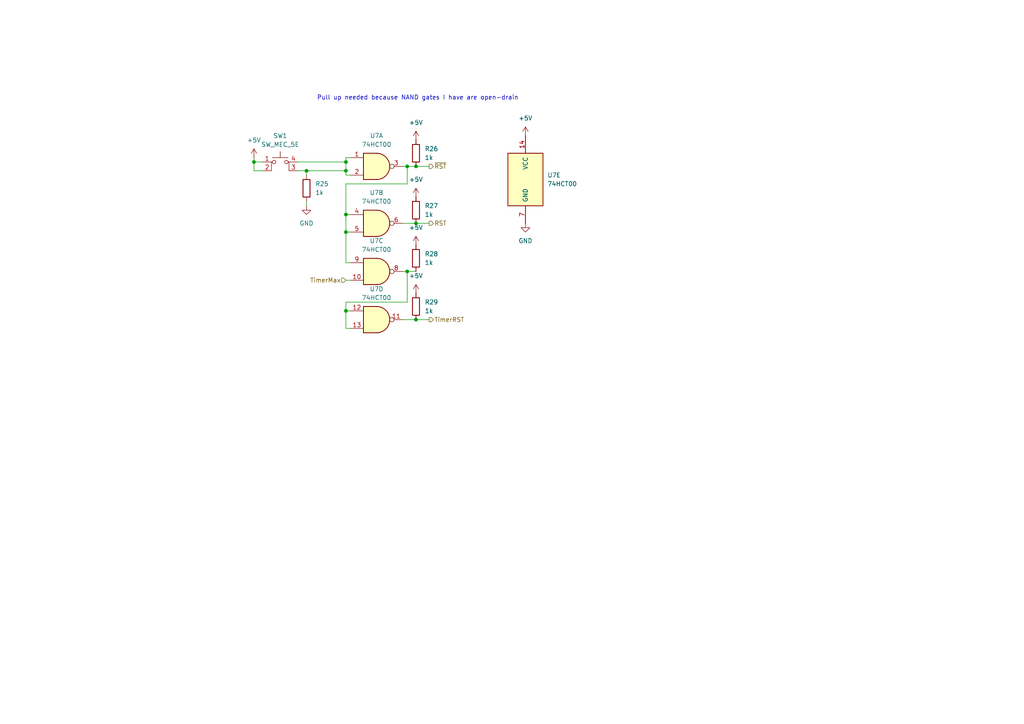
<source format=kicad_sch>
(kicad_sch (version 20231120) (generator "eeschema") (generator_version "8.0")
  (paper "A4")
  (lib_symbols
    (symbol "74xx:74HCT00" (pin_names (offset 1.016))
      (property "Reference" "U" (at 0 1.27 0))
      (property "Value" "74HCT00" (at 0 -1.27 0))
      (symbol "74HCT00_1_1"
        (arc (start 0 -3.81) (mid 3.7934 0) (end 0 3.81) (stroke (width 0.254)) (fill (type background)))
        (polyline (pts (xy 0 3.81) (xy -3.81 3.81) (xy -3.81 -3.81) (xy 0 -3.81)) (stroke (width 0.254)) (fill (type background)))
        (pin input line (at -7.62 2.54 0) (length 3.81) (name "~") (number "1"))
        (pin input line (at -7.62 -2.54 0) (length 3.81) (name "~") (number "2"))
        (pin output inverted (at 7.62 0 180) (length 3.81) (name "~") (number "3"))
      )
      (symbol "74HCT00_1_2"
        (arc (start -3.81 -3.81) (mid -2.589 0) (end -3.81 3.81) (stroke (width 0.254)))
        (arc (start -0.6096 -3.81) (mid 2.1842 -2.5851) (end 3.81 0) (stroke (width 0.254)) (fill (type background)))
        (polyline (pts (xy -3.81 -3.81) (xy -0.635 -3.81)) (stroke (width 0.254)) (fill (type background)))
        (polyline (pts (xy -3.81 3.81) (xy -0.635 3.81)) (stroke (width 0.254)) (fill (type background)))
        (polyline (pts (xy -0.635 3.81) (xy -3.81 3.81) (xy -3.81 3.81) (xy -3.556 3.4036) (xy -3.0226 2.2606) (xy -2.6924 1.0414) (xy -2.6162 -0.254) (xy -2.7686 -1.4986) (xy -3.175 -2.7178) (xy -3.81 -3.81) (xy -3.81 -3.81) (xy -0.635 -3.81)) (stroke (width -25.4)) (fill (type background)))
        (arc (start 3.81 0) (mid 2.1915 2.5936) (end -0.6096 3.81) (stroke (width 0.254)) (fill (type background)))
        (pin input inverted (at -7.62 2.54 0) (length 4.318) (name "~") (number "1"))
        (pin input inverted (at -7.62 -2.54 0) (length 4.318) (name "~") (number "2"))
        (pin output line (at 7.62 0 180) (length 3.81) (name "~") (number "3"))
      )
      (symbol "74HCT00_2_1"
        (arc (start 0 -3.81) (mid 3.7934 0) (end 0 3.81) (stroke (width 0.254)) (fill (type background)))
        (polyline (pts (xy 0 3.81) (xy -3.81 3.81) (xy -3.81 -3.81) (xy 0 -3.81)) (stroke (width 0.254)) (fill (type background)))
        (pin input line (at -7.62 2.54 0) (length 3.81) (name "~") (number "4"))
        (pin input line (at -7.62 -2.54 0) (length 3.81) (name "~") (number "5"))
        (pin output inverted (at 7.62 0 180) (length 3.81) (name "~") (number "6"))
      )
      (symbol "74HCT00_2_2"
        (arc (start -3.81 -3.81) (mid -2.589 0) (end -3.81 3.81) (stroke (width 0.254)))
        (arc (start -0.6096 -3.81) (mid 2.1842 -2.5851) (end 3.81 0) (stroke (width 0.254)) (fill (type background)))
        (polyline (pts (xy -3.81 -3.81) (xy -0.635 -3.81)) (stroke (width 0.254)) (fill (type background)))
        (polyline (pts (xy -3.81 3.81) (xy -0.635 3.81)) (stroke (width 0.254)) (fill (type background)))
        (polyline (pts (xy -0.635 3.81) (xy -3.81 3.81) (xy -3.81 3.81) (xy -3.556 3.4036) (xy -3.0226 2.2606) (xy -2.6924 1.0414) (xy -2.6162 -0.254) (xy -2.7686 -1.4986) (xy -3.175 -2.7178) (xy -3.81 -3.81) (xy -3.81 -3.81) (xy -0.635 -3.81)) (stroke (width -25.4)) (fill (type background)))
        (arc (start 3.81 0) (mid 2.1915 2.5936) (end -0.6096 3.81) (stroke (width 0.254)) (fill (type background)))
        (pin input inverted (at -7.62 2.54 0) (length 4.318) (name "~") (number "4"))
        (pin input inverted (at -7.62 -2.54 0) (length 4.318) (name "~") (number "5"))
        (pin output line (at 7.62 0 180) (length 3.81) (name "~") (number "6"))
      )
      (symbol "74HCT00_3_1"
        (arc (start 0 -3.81) (mid 3.7934 0) (end 0 3.81) (stroke (width 0.254)) (fill (type background)))
        (polyline (pts (xy 0 3.81) (xy -3.81 3.81) (xy -3.81 -3.81) (xy 0 -3.81)) (stroke (width 0.254)) (fill (type background)))
        (pin input line (at -7.62 -2.54 0) (length 3.81) (name "~") (number "10"))
        (pin output inverted (at 7.62 0 180) (length 3.81) (name "~") (number "8"))
        (pin input line (at -7.62 2.54 0) (length 3.81) (name "~") (number "9"))
      )
      (symbol "74HCT00_3_2"
        (arc (start -3.81 -3.81) (mid -2.589 0) (end -3.81 3.81) (stroke (width 0.254)))
        (arc (start -0.6096 -3.81) (mid 2.1842 -2.5851) (end 3.81 0) (stroke (width 0.254)) (fill (type background)))
        (polyline (pts (xy -3.81 -3.81) (xy -0.635 -3.81)) (stroke (width 0.254)) (fill (type background)))
        (polyline (pts (xy -3.81 3.81) (xy -0.635 3.81)) (stroke (width 0.254)) (fill (type background)))
        (polyline (pts (xy -0.635 3.81) (xy -3.81 3.81) (xy -3.81 3.81) (xy -3.556 3.4036) (xy -3.0226 2.2606) (xy -2.6924 1.0414) (xy -2.6162 -0.254) (xy -2.7686 -1.4986) (xy -3.175 -2.7178) (xy -3.81 -3.81) (xy -3.81 -3.81) (xy -0.635 -3.81)) (stroke (width -25.4)) (fill (type background)))
        (arc (start 3.81 0) (mid 2.1915 2.5936) (end -0.6096 3.81) (stroke (width 0.254)) (fill (type background)))
        (pin input inverted (at -7.62 -2.54 0) (length 4.318) (name "~") (number "10"))
        (pin output line (at 7.62 0 180) (length 3.81) (name "~") (number "8"))
        (pin input inverted (at -7.62 2.54 0) (length 4.318) (name "~") (number "9"))
      )
      (symbol "74HCT00_4_1"
        (arc (start 0 -3.81) (mid 3.7934 0) (end 0 3.81) (stroke (width 0.254)) (fill (type background)))
        (polyline (pts (xy 0 3.81) (xy -3.81 3.81) (xy -3.81 -3.81) (xy 0 -3.81)) (stroke (width 0.254)) (fill (type background)))
        (pin output inverted (at 7.62 0 180) (length 3.81) (name "~") (number "11"))
        (pin input line (at -7.62 2.54 0) (length 3.81) (name "~") (number "12"))
        (pin input line (at -7.62 -2.54 0) (length 3.81) (name "~") (number "13"))
      )
      (symbol "74HCT00_4_2"
        (arc (start -3.81 -3.81) (mid -2.589 0) (end -3.81 3.81) (stroke (width 0.254)))
        (arc (start -0.6096 -3.81) (mid 2.1842 -2.5851) (end 3.81 0) (stroke (width 0.254)) (fill (type background)))
        (polyline (pts (xy -3.81 -3.81) (xy -0.635 -3.81)) (stroke (width 0.254)) (fill (type background)))
        (polyline (pts (xy -3.81 3.81) (xy -0.635 3.81)) (stroke (width 0.254)) (fill (type background)))
        (polyline (pts (xy -0.635 3.81) (xy -3.81 3.81) (xy -3.81 3.81) (xy -3.556 3.4036) (xy -3.0226 2.2606) (xy -2.6924 1.0414) (xy -2.6162 -0.254) (xy -2.7686 -1.4986) (xy -3.175 -2.7178) (xy -3.81 -3.81) (xy -3.81 -3.81) (xy -0.635 -3.81)) (stroke (width -25.4)) (fill (type background)))
        (arc (start 3.81 0) (mid 2.1915 2.5936) (end -0.6096 3.81) (stroke (width 0.254)) (fill (type background)))
        (pin output line (at 7.62 0 180) (length 3.81) (name "~") (number "11"))
        (pin input inverted (at -7.62 2.54 0) (length 4.318) (name "~") (number "12"))
        (pin input inverted (at -7.62 -2.54 0) (length 4.318) (name "~") (number "13"))
      )
      (symbol "74HCT00_5_0"
        (pin power_in line (at 0 12.7 270) (length 5.08) (name "VCC") (number "14"))
        (pin power_in line (at 0 -12.7 90) (length 5.08) (name "GND") (number "7"))
      )
      (symbol "74HCT00_5_1"
        (rectangle (start -5.08 7.62) (end 5.08 -7.62) (stroke (width 0.254)) (fill (type background)))
      )
    )
    (symbol "Device:R" (pin_numbers hide) (pin_names (offset 0))
      (property "Reference" "R" (at 2.032 0 90))
      (property "Value" "R" (at 0 0 90))
      (symbol "R_0_1"
        (rectangle (start -1.016 -2.54) (end 1.016 2.54) (stroke (width 0.254)))
      )
      (symbol "R_1_1"
        (pin passive line (at 0 3.81 270) (length 1.27) (name "~") (number "1"))
        (pin passive line (at 0 -3.81 90) (length 1.27) (name "~") (number "2"))
      )
    )
    (symbol "Switch:SW_MEC_5E" (pin_names (offset 1.016) hide)
      (property "Reference" "SW" (at 0.635 5.715 0))
      (property "Value" "SW_MEC_5E" (at 0 -3.175 0))
      (symbol "SW_MEC_5E_0_1"
        (circle (center -1.778 2.54) (radius 0.508))
        (polyline (pts (xy -2.286 3.81) (xy 2.286 3.81)))
        (polyline (pts (xy 0 3.81) (xy 0 5.588)))
        (polyline (pts (xy -2.54 0) (xy -2.54 2.54) (xy -2.286 2.54)))
        (polyline (pts (xy 2.54 0) (xy 2.54 2.54) (xy 2.286 2.54)))
        (circle (center 1.778 2.54) (radius 0.508))
        (pin passive line (at -5.08 2.54 0) (length 2.54) (name "1") (number "1"))
        (pin passive line (at -5.08 0 0) (length 2.54) (name "2") (number "2"))
        (pin passive line (at 5.08 0 180) (length 2.54) (name "K") (number "3"))
        (pin passive line (at 5.08 2.54 180) (length 2.54) (name "A") (number "4"))
      )
    )
    (symbol "power:+5V" (power) (pin_numbers hide) (pin_names (offset 0) hide)
      (property "Value" "+5V" (at 0 3.556 0))
      (symbol "+5V_0_1"
        (polyline (pts (xy -0.762 1.27) (xy 0 2.54)))
        (polyline (pts (xy 0 0) (xy 0 2.54)))
        (polyline (pts (xy 0 2.54) (xy 0.762 1.27)))
      )
      (symbol "+5V_1_1"
        (pin power_in line (at 0 0 90) (length 0) (name "~") (number "1"))
      )
    )
    (symbol "power:GND" (power) (pin_numbers hide) (pin_names (offset 0) hide)
      (property "Value" "GND" (at 0 -3.81 0))
      (symbol "GND_0_1"
        (polyline (pts (xy 0 0) (xy 0 -1.27) (xy 1.27 -1.27) (xy 0 -2.54) (xy -1.27 -1.27) (xy 0 -1.27)))
      )
      (symbol "GND_1_1"
        (pin power_in line (at 0 0 270) (length 0) (name "~") (number "1"))
      )
    )
  )
  (junction (at 100.33 49.53))
  (junction (at 100.33 62.23))
  (junction (at 118.11 78.74))
  (junction (at 73.66 46.99))
  (junction (at 100.33 90.17))
  (junction (at 120.65 48.26))
  (junction (at 88.9 49.53))
  (junction (at 100.33 67.31))
  (junction (at 118.11 48.26))
  (junction (at 120.65 92.71))
  (junction (at 120.65 64.77))
  (junction (at 100.33 46.99))
  (wire (pts (xy 100.33 49.53) (xy 100.33 50.8)))
  (wire (pts (xy 100.33 87.63) (xy 100.33 90.17)))
  (wire (pts (xy 86.36 46.99) (xy 100.33 46.99)))
  (wire (pts (xy 100.33 46.99) (xy 100.33 49.53)))
  (wire (pts (xy 101.6 62.23) (xy 100.33 62.23)))
  (wire (pts (xy 100.33 67.31) (xy 100.33 76.2)))
  (wire (pts (xy 116.84 64.77) (xy 120.65 64.77)))
  (wire (pts (xy 88.9 49.53) (xy 88.9 50.8)))
  (wire (pts (xy 100.33 49.53) (xy 88.9 49.53)))
  (wire (pts (xy 76.2 46.99) (xy 73.66 46.99)))
  (wire (pts (xy 120.65 64.77) (xy 124.46 64.77)))
  (wire (pts (xy 116.84 48.26) (xy 118.11 48.26)))
  (wire (pts (xy 116.84 92.71) (xy 120.65 92.71)))
  (wire (pts (xy 120.65 48.26) (xy 124.46 48.26)))
  (wire (pts (xy 88.9 58.42) (xy 88.9 59.69)))
  (wire (pts (xy 101.6 50.8) (xy 100.33 50.8)))
  (wire (pts (xy 100.33 53.34) (xy 118.11 53.34)))
  (wire (pts (xy 120.65 92.71) (xy 124.46 92.71)))
  (wire (pts (xy 118.11 87.63) (xy 100.33 87.63)))
  (wire (pts (xy 73.66 49.53) (xy 76.2 49.53)))
  (wire (pts (xy 100.33 62.23) (xy 100.33 53.34)))
  (wire (pts (xy 118.11 53.34) (xy 118.11 48.26)))
  (wire (pts (xy 100.33 90.17) (xy 101.6 90.17)))
  (wire (pts (xy 118.11 48.26) (xy 120.65 48.26)))
  (wire (pts (xy 100.33 45.72) (xy 101.6 45.72)))
  (wire (pts (xy 100.33 90.17) (xy 100.33 95.25)))
  (wire (pts (xy 100.33 62.23) (xy 100.33 67.31)))
  (wire (pts (xy 100.33 67.31) (xy 101.6 67.31)))
  (wire (pts (xy 120.65 78.74) (xy 118.11 78.74)))
  (wire (pts (xy 100.33 81.28) (xy 101.6 81.28)))
  (wire (pts (xy 116.84 78.74) (xy 118.11 78.74)))
  (wire (pts (xy 100.33 46.99) (xy 100.33 45.72)))
  (wire (pts (xy 100.33 76.2) (xy 101.6 76.2)))
  (wire (pts (xy 73.66 46.99) (xy 73.66 49.53)))
  (wire (pts (xy 73.66 45.72) (xy 73.66 46.99)))
  (wire (pts (xy 118.11 78.74) (xy 118.11 87.63)))
  (wire (pts (xy 88.9 49.53) (xy 86.36 49.53)))
  (wire (pts (xy 100.33 95.25) (xy 101.6 95.25)))
  (text "Pull up needed because NAND gates I have are open-drain" (at 121.158 28.448 0) (effects (font (size 1.27 1.27))))
  (hierarchical_label "~{RST}" (shape output) (at 124.46 48.26 0))
  (hierarchical_label "TimerRST" (shape output) (at 124.46 92.71 0))
  (hierarchical_label "TimerMax" (shape input) (at 100.33 81.28 180))
  (hierarchical_label "RST" (shape output) (at 124.46 64.77 0))
  (symbol (lib_id "power:GND") (at 88.9 59.69 0) (unit 1)
    (property "Reference" "#PWR031" (effects (hide yes)))
    (property "Value" "GND" (at 88.9 64.77 0))
    (property "Description" "Power symbol creates a global label with name \"GND\" , ground" (effects (hide yes)))
  )
  (symbol (lib_id "power:+5V") (at 73.66 45.72 0) (unit 1)
    (property "Reference" "#PWR030" (effects (hide yes)))
    (property "Value" "+5V" (at 73.66 40.64 0))
    (property "Description" "Power symbol creates a global label with name \"+5V\"" (effects (hide yes)))
  )
  (symbol (lib_id "74xx:74HCT00") (at 109.22 48.26 0) (unit 1)
    (property "Reference" "U7" (at 109.2117 39.37 0))
    (property "Value" "74HCT00" (at 109.2117 41.91 0))
    (property "Footprint" "Package_DIP:DIP-14_W7.62mm" (effects (hide yes)))
    (property "Datasheet" "http://www.ti.com/lit/gpn/sn74hct00" (effects (hide yes)))
    (property "Description" "quad 2-input NAND gate" (effects (hide yes)))
  )
  (symbol (lib_id "74xx:74HCT00") (at 109.22 78.74 0) (unit 3)
    (property "Reference" "U7" (at 109.2117 69.85 0))
    (property "Value" "74HCT00" (at 109.2117 72.39 0))
    (property "Footprint" "Package_DIP:DIP-14_W7.62mm" (effects (hide yes)))
    (property "Datasheet" "http://www.ti.com/lit/gpn/sn74hct00" (effects (hide yes)))
    (property "Description" "quad 2-input NAND gate" (effects (hide yes)))
  )
  (symbol (lib_id "Device:R") (at 120.65 44.45 0) (unit 1)
    (property "Reference" "R26" (at 123.19 43.1799 0) (effects (justify left)))
    (property "Value" "1k" (at 123.19 45.7199 0) (effects (justify left)))
    (property "Footprint" "_DownloadFootprints:CF_series_Resistors_THT" (effects (hide yes)))
    (property "Description" "Resistor" (effects (hide yes)))
  )
  (symbol (lib_id "power:+5V") (at 152.4 39.37 0) (unit 1)
    (property "Reference" "#PWR036" (effects (hide yes)))
    (property "Value" "+5V" (at 152.4 34.29 0))
    (property "Description" "Power symbol creates a global label with name \"+5V\"" (effects (hide yes)))
  )
  (symbol (lib_id "power:+5V") (at 120.65 57.15 0) (unit 1)
    (property "Reference" "#PWR033" (effects (hide yes)))
    (property "Value" "+5V" (at 120.65 52.07 0))
    (property "Description" "Power symbol creates a global label with name \"+5V\"" (effects (hide yes)))
  )
  (symbol (lib_id "power:+5V") (at 120.65 40.64 0) (unit 1)
    (property "Reference" "#PWR032" (effects (hide yes)))
    (property "Value" "+5V" (at 120.65 35.56 0))
    (property "Description" "Power symbol creates a global label with name \"+5V\"" (effects (hide yes)))
  )
  (symbol (lib_id "Switch:SW_MEC_5E") (at 81.28 49.53 0) (unit 1)
    (property "Reference" "SW1" (at 81.28 39.37 0))
    (property "Value" "SW_MEC_5E" (at 81.28 41.91 0))
    (property "Footprint" "_DownloadFootprints:tactile_switch" (effects (hide yes)))
    (property "Datasheet" "http://www.apem.com/int/index.php?controller=attachment&id_attachment=1371" (effects (hide yes)))
    (property "Description" "MEC 5E single pole normally-open tactile switch" (effects (hide yes)))
  )
  (symbol (lib_id "power:GND") (at 152.4 64.77 0) (unit 1)
    (property "Reference" "#PWR037" (effects (hide yes)))
    (property "Value" "GND" (at 152.4 69.85 0))
    (property "Description" "Power symbol creates a global label with name \"GND\" , ground" (effects (hide yes)))
  )
  (symbol (lib_id "power:+5V") (at 120.65 85.09 0) (unit 1)
    (property "Reference" "#PWR035" (effects (hide yes)))
    (property "Value" "+5V" (at 120.65 80.01 0))
    (property "Description" "Power symbol creates a global label with name \"+5V\"" (effects (hide yes)))
  )
  (symbol (lib_id "power:+5V") (at 120.65 71.12 0) (unit 1)
    (property "Reference" "#PWR034" (effects (hide yes)))
    (property "Value" "+5V" (at 120.65 66.04 0))
    (property "Description" "Power symbol creates a global label with name \"+5V\"" (effects (hide yes)))
  )
  (symbol (lib_id "Device:R") (at 120.65 88.9 0) (unit 1)
    (property "Reference" "R29" (at 123.19 87.6299 0) (effects (justify left)))
    (property "Value" "1k" (at 123.19 90.1699 0) (effects (justify left)))
    (property "Footprint" "_DownloadFootprints:CF_series_Resistors_THT" (effects (hide yes)))
    (property "Description" "Resistor" (effects (hide yes)))
  )
  (symbol (lib_id "Device:R") (at 120.65 74.93 0) (unit 1)
    (property "Reference" "R28" (at 123.19 73.6599 0) (effects (justify left)))
    (property "Value" "1k" (at 123.19 76.1999 0) (effects (justify left)))
    (property "Footprint" "_DownloadFootprints:CF_series_Resistors_THT" (effects (hide yes)))
    (property "Description" "Resistor" (effects (hide yes)))
  )
  (symbol (lib_id "74xx:74HCT00") (at 152.4 52.07 0) (unit 5)
    (property "Reference" "U7" (at 158.75 50.7999 0) (effects (justify left)))
    (property "Value" "74HCT00" (at 158.75 53.3399 0) (effects (justify left)))
    (property "Footprint" "Package_DIP:DIP-14_W7.62mm" (effects (hide yes)))
    (property "Datasheet" "http://www.ti.com/lit/gpn/sn74hct00" (effects (hide yes)))
    (property "Description" "quad 2-input NAND gate" (effects (hide yes)))
  )
  (symbol (lib_id "Device:R") (at 120.65 60.96 0) (unit 1)
    (property "Reference" "R27" (at 123.19 59.6899 0) (effects (justify left)))
    (property "Value" "1k" (at 123.19 62.2299 0) (effects (justify left)))
    (property "Footprint" "_DownloadFootprints:CF_series_Resistors_THT" (effects (hide yes)))
    (property "Description" "Resistor" (effects (hide yes)))
  )
  (symbol (lib_id "Device:R") (at 88.9 54.61 0) (unit 1)
    (property "Reference" "R25" (at 91.44 53.3399 0) (effects (justify left)))
    (property "Value" "1k" (at 91.44 55.8799 0) (effects (justify left)))
    (property "Footprint" "_DownloadFootprints:CF_series_Resistors_THT" (effects (hide yes)))
    (property "Description" "Resistor" (effects (hide yes)))
  )
  (symbol (lib_id "74xx:74HCT00") (at 109.22 92.71 0) (unit 4)
    (property "Reference" "U7" (at 109.2117 83.82 0))
    (property "Value" "74HCT00" (at 109.2117 86.36 0))
    (property "Footprint" "Package_DIP:DIP-14_W7.62mm" (effects (hide yes)))
    (property "Datasheet" "http://www.ti.com/lit/gpn/sn74hct00" (effects (hide yes)))
    (property "Description" "quad 2-input NAND gate" (effects (hide yes)))
  )
  (symbol (lib_id "74xx:74HCT00") (at 109.22 64.77 0) (unit 2)
    (property "Reference" "U7" (at 109.2117 55.88 0))
    (property "Value" "74HCT00" (at 109.2117 58.42 0))
    (property "Footprint" "Package_DIP:DIP-14_W7.62mm" (effects (hide yes)))
    (property "Datasheet" "http://www.ti.com/lit/gpn/sn74hct00" (effects (hide yes)))
    (property "Description" "quad 2-input NAND gate" (effects (hide yes)))
  )
)
</source>
